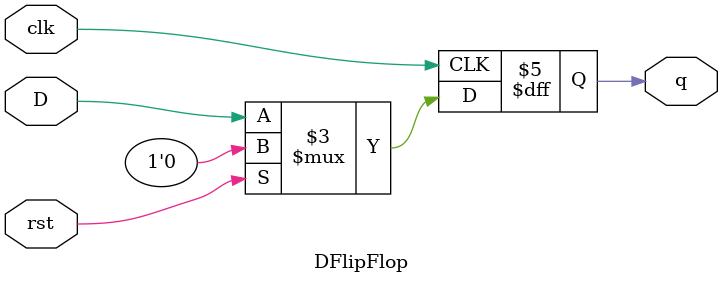
<source format=sv>

module DFlipFlop(q,  D, clk, rst);
	input D, clk, rst;
	output q;
	reg q;
		always@ (posedge clk)
		begin  // Statements need to be non-blocking
			if(rst)
				q <= 0;
			else
				q <= D;
		end
endmodule
</source>
